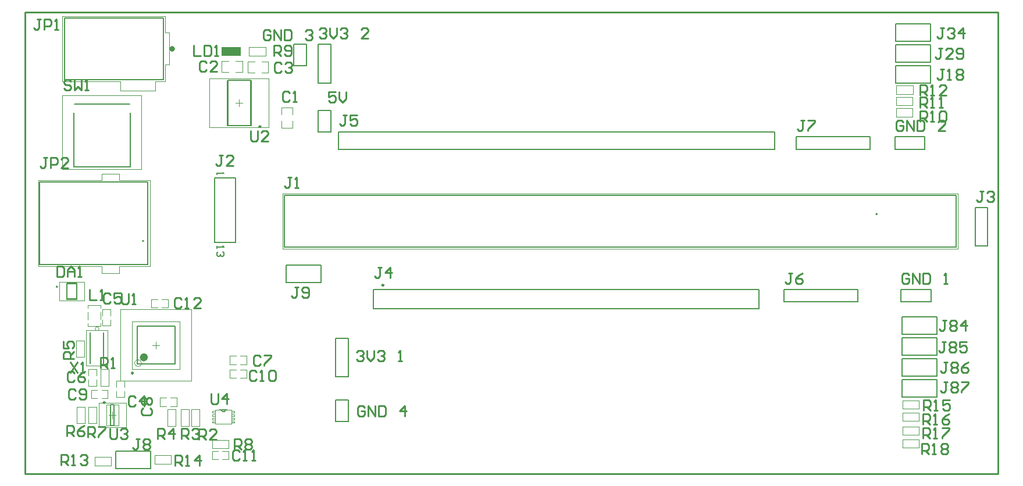
<source format=gto>
G04*
G04 #@! TF.GenerationSoftware,Altium Limited,Altium Designer,19.1.7 (138)*
G04*
G04 Layer_Color=65535*
%FSAX43Y43*%
%MOMM*%
G71*
G01*
G75*
%ADD10C,0.400*%
%ADD11C,0.600*%
%ADD12C,0.250*%
%ADD13C,0.152*%
%ADD14C,0.200*%
%ADD15C,0.000*%
%ADD16C,0.127*%
%ADD17C,0.100*%
%ADD18C,0.254*%
%ADD19C,0.050*%
G36*
X0055029Y0093056D02*
X0057829D01*
Y0091856D01*
X0055029D01*
Y0093056D01*
D02*
G37*
D10*
X0047999Y0092838D02*
G03*
X0047999Y0092838I-0000200J0000000D01*
G01*
D11*
X0043988Y0047921D02*
G03*
X0043988Y0047921I-0000300J0000000D01*
G01*
D12*
X0042113Y0045621D02*
G03*
X0042113Y0045621I-0000125J0000000D01*
G01*
X0060704Y0081523D02*
G03*
X0060704Y0081523I-0000125J0000000D01*
G01*
X0038041Y0041322D02*
G03*
X0038041Y0041322I-0000125J0000000D01*
G01*
X0078611Y0058438D02*
G03*
X0078611Y0058438I-0000125J0000000D01*
G01*
D13*
X0054967Y0040284D02*
G03*
X0055577Y0040284I0000305J0000000D01*
G01*
X0054663D02*
X0054967D01*
X0055577D01*
X0055882D01*
D14*
X0031112Y0058181D02*
G03*
X0031112Y0058181I-0000100J0000000D01*
G01*
X0150468Y0068773D02*
G03*
X0150468Y0068773I-0000100J0000000D01*
G01*
X0166508Y0064124D02*
Y0069734D01*
X0164708Y0064124D02*
X0166508D01*
X0164708D02*
Y0069734D01*
X0166508D01*
X0053964Y0074052D02*
X0057034D01*
Y0064632D02*
Y0074052D01*
X0053964Y0064632D02*
X0057034D01*
X0053964D02*
Y0074052D01*
X0073914Y0080772D02*
X0135509D01*
X0072009D02*
X0073914D01*
X0072009Y0078232D02*
Y0080772D01*
Y0078232D02*
X0135509D01*
Y0080772D01*
X0138673Y0078221D02*
Y0080021D01*
X0149363D01*
Y0078221D02*
Y0080021D01*
X0138673Y0078221D02*
X0149363D01*
X0069469Y0058801D02*
Y0061341D01*
X0064389Y0058801D02*
Y0061341D01*
X0069469D01*
X0064389Y0058801D02*
X0069469D01*
X0048188Y0046921D02*
Y0052421D01*
X0042688Y0046921D02*
Y0052421D01*
X0048188D01*
X0042688Y0046921D02*
X0048188D01*
X0055904Y0088263D02*
X0059204D01*
X0055904Y0081663D02*
X0059204D01*
X0055904D02*
Y0088263D01*
X0059204Y0081663D02*
Y0088263D01*
X0038866Y0041047D02*
X0039366D01*
X0038866Y0037947D02*
X0039366D01*
X0038866D02*
Y0041047D01*
X0039366Y0037947D02*
Y0041047D01*
X0069077Y0093483D02*
X0070877D01*
X0069077Y0087873D02*
Y0093483D01*
Y0087873D02*
X0070877D01*
Y0093483D01*
X0153024Y0080021D02*
X0157364D01*
Y0078221D02*
Y0080021D01*
X0153024Y0078221D02*
X0157364D01*
X0153024D02*
Y0080021D01*
X0073417Y0038597D02*
Y0041667D01*
X0071617Y0038597D02*
X0073417D01*
X0071617D02*
Y0041667D01*
X0073417D01*
X0077086Y0057788D02*
X0133226D01*
Y0054988D02*
Y0057788D01*
X0077086Y0054988D02*
X0133226D01*
X0077086D02*
Y0057788D01*
X0136895Y0055996D02*
Y0057796D01*
X0147585D01*
Y0055996D02*
Y0057796D01*
X0136895Y0055996D02*
X0147585D01*
X0044704Y0031750D02*
Y0034290D01*
X0039624Y0031750D02*
Y0034290D01*
X0044704D01*
X0039624Y0031750D02*
X0044704D01*
X0158242Y0087884D02*
Y0090424D01*
X0153162Y0087884D02*
Y0090424D01*
X0158242D01*
X0153162Y0087884D02*
X0158242D01*
Y0090932D02*
Y0093472D01*
X0153162Y0090932D02*
Y0093472D01*
X0158242D01*
X0153162Y0090932D02*
X0158242D01*
Y0093980D02*
Y0096520D01*
X0153162Y0093980D02*
Y0096520D01*
X0158242D01*
X0153162Y0093980D02*
X0158242D01*
X0159131Y0051308D02*
Y0053848D01*
X0154051Y0051308D02*
Y0053848D01*
X0159131D01*
X0154051Y0051308D02*
X0159131D01*
Y0048260D02*
Y0050800D01*
X0154051Y0048260D02*
Y0050800D01*
X0159131D01*
X0154051Y0048260D02*
X0159131D01*
Y0045212D02*
Y0047752D01*
X0154051Y0045212D02*
Y0047752D01*
X0159131D01*
X0154051Y0045212D02*
X0159131D01*
Y0042164D02*
Y0044704D01*
X0154051Y0042164D02*
Y0044704D01*
X0159131D01*
X0154051Y0042164D02*
X0159131D01*
X0073417Y0045074D02*
Y0050684D01*
X0071617Y0045074D02*
X0073417D01*
X0071617D02*
Y0050684D01*
X0073417D01*
X0069077Y0080761D02*
X0070877D01*
Y0083831D01*
X0069077D02*
X0070877D01*
X0069077Y0080761D02*
Y0083831D01*
X0153913Y0057796D02*
X0158253D01*
Y0055996D02*
Y0057796D01*
X0153913Y0055996D02*
X0158253D01*
X0153913D02*
Y0057796D01*
X0067321Y0090413D02*
Y0093483D01*
X0065521Y0090413D02*
X0067321D01*
X0065521D02*
Y0093483D01*
X0067321D01*
X0054356Y0064152D02*
Y0063819D01*
Y0063985D01*
X0055356D01*
X0055189Y0064152D01*
Y0063319D02*
X0055356Y0063152D01*
Y0062819D01*
X0055189Y0062652D01*
X0055022D01*
X0054856Y0062819D01*
Y0062986D01*
Y0062819D01*
X0054689Y0062652D01*
X0054523D01*
X0054356Y0062819D01*
Y0063152D01*
X0054523Y0063319D01*
X0054356Y0074852D02*
Y0074519D01*
Y0074685D01*
X0055356D01*
X0055189Y0074852D01*
X0031112Y0058181D02*
G03*
X0031112Y0058181I-0000100J0000000D01*
G01*
D02*
G03*
X0031112Y0058181I-0000100J0000000D01*
G01*
D15*
X0037163Y0052076D02*
G03*
X0037163Y0052076I-0000283J0000000D01*
G01*
X0054967Y0040284D02*
G03*
X0055577Y0040284I0000305J0000000D01*
G01*
X0054967D02*
G03*
X0055577Y0040284I0000305J0000000D01*
G01*
X0054078Y0038202D02*
Y0040284D01*
X0054967D01*
X0055577D01*
X0056466D01*
Y0038202D02*
Y0040284D01*
X0054078Y0038202D02*
X0056466D01*
Y0040107D02*
X0056872D01*
Y0039878D02*
Y0040107D01*
X0056466Y0039878D02*
X0056872D01*
X0056466D02*
Y0040107D01*
Y0039624D02*
X0056872D01*
Y0039370D02*
Y0039624D01*
X0056466Y0039370D02*
X0056872D01*
X0056466D02*
Y0039624D01*
Y0039116D02*
X0056872D01*
Y0038862D02*
Y0039116D01*
X0056466Y0038862D02*
X0056872D01*
X0056466D02*
Y0039116D01*
Y0038608D02*
X0056872D01*
Y0038379D02*
Y0038608D01*
X0056466Y0038379D02*
X0056872D01*
X0056466D02*
Y0038608D01*
X0053672Y0038379D02*
X0054078D01*
X0053672D02*
Y0038608D01*
X0054078D01*
Y0038379D02*
Y0038608D01*
X0053672Y0038862D02*
X0054078D01*
X0053672D02*
Y0039116D01*
X0054078D01*
Y0038862D02*
Y0039116D01*
X0053672Y0039370D02*
X0054078D01*
X0053672D02*
Y0039624D01*
X0054078D01*
Y0039370D02*
Y0039624D01*
X0053672Y0039878D02*
X0054078D01*
X0053672D02*
Y0040107D01*
X0054078D01*
Y0039878D02*
Y0040107D01*
Y0038202D02*
Y0040284D01*
X0054967D01*
X0055577D01*
X0056466D01*
Y0038202D02*
Y0040284D01*
X0054078Y0038202D02*
X0056466D01*
Y0040107D02*
X0056872D01*
Y0039878D02*
Y0040107D01*
X0056466Y0039878D02*
X0056872D01*
X0056466D02*
Y0040107D01*
Y0039624D02*
X0056872D01*
Y0039370D02*
Y0039624D01*
X0056466Y0039370D02*
X0056872D01*
X0056466D02*
Y0039624D01*
Y0039116D02*
X0056872D01*
Y0038862D02*
Y0039116D01*
X0056466Y0038862D02*
X0056872D01*
X0056466D02*
Y0039116D01*
Y0038608D02*
X0056872D01*
Y0038379D02*
Y0038608D01*
X0056466Y0038379D02*
X0056872D01*
X0056466D02*
Y0038608D01*
X0053672Y0038379D02*
X0054078D01*
X0053672D02*
Y0038608D01*
X0054078D01*
Y0038379D02*
Y0038608D01*
X0053672Y0038862D02*
X0054078D01*
X0053672D02*
Y0039116D01*
X0054078D01*
Y0038862D02*
Y0039116D01*
X0053672Y0039370D02*
X0054078D01*
X0053672D02*
Y0039624D01*
X0054078D01*
Y0039370D02*
Y0039624D01*
X0053672Y0039878D02*
X0054078D01*
X0053672D02*
Y0040107D01*
X0054078D01*
Y0039878D02*
Y0040107D01*
D16*
X0043677Y0064857D02*
G03*
X0043677Y0064857I-0000098J0000000D01*
G01*
X0056229Y0092456D02*
X0056629Y0092206D01*
X0056229Y0092456D02*
X0056629Y0092706D01*
Y0092206D02*
Y0092706D01*
X0056229Y0092056D02*
X0056629D01*
X0056229Y0092856D02*
X0056629D01*
X0032099Y0088338D02*
Y0097338D01*
X0046499D01*
X0045349Y0088338D02*
X0046499D01*
Y0095488D02*
Y0097338D01*
X0032099Y0088338D02*
X0040249D01*
X0046499D02*
Y0090288D01*
X0033467Y0075626D02*
Y0083556D01*
X0041717Y0075626D02*
Y0083536D01*
X0032512Y0058701D02*
X0033912D01*
X0032512Y0056361D02*
X0033912D01*
X0161925Y0063987D02*
Y0071527D01*
X0064135D02*
X0161925D01*
X0064135Y0063987D02*
Y0071527D01*
Y0063987D02*
X0161925D01*
X0044249Y0069577D02*
Y0073432D01*
X0028539Y0061402D02*
Y0073432D01*
Y0061402D02*
X0037399D01*
X0028539Y0073432D02*
X0037399D01*
X0040179Y0061402D02*
X0044249D01*
Y0065257D01*
X0040179Y0073432D02*
X0044249D01*
X0055629Y0092056D02*
X0057229D01*
X0055629Y0092856D02*
X0057229D01*
X0055629Y0092056D02*
Y0092856D01*
X0057229Y0092056D02*
Y0092856D01*
X0055629Y0092056D02*
X0057229D01*
X0055629Y0092856D02*
X0057229D01*
X0055629Y0092056D02*
Y0092856D01*
X0057229Y0092056D02*
Y0092856D01*
X0032099Y0088338D02*
X0046499D01*
X0032099D02*
Y0097338D01*
X0046499D01*
Y0088338D02*
Y0097338D01*
X0032099Y0088338D02*
X0046499D01*
X0032099D02*
Y0097338D01*
X0046499D01*
Y0088338D02*
Y0097338D01*
X0033592Y0084836D02*
X0041592D01*
X0033592Y0075626D02*
X0041592D01*
X0033592Y0084836D02*
X0041592D01*
X0033592Y0075626D02*
X0041592D01*
X0032512Y0056451D02*
Y0058611D01*
Y0056451D02*
X0033912D01*
Y0058611D01*
X0032512D02*
X0033912D01*
X0032512Y0056451D02*
Y0058611D01*
Y0056451D02*
X0033912D01*
Y0058611D01*
X0032512D02*
X0033912D01*
X0037830Y0047026D02*
Y0051526D01*
X0035830Y0047026D02*
Y0051526D01*
X0037830Y0047026D02*
Y0051526D01*
X0035830Y0047026D02*
Y0051526D01*
X0161925Y0063987D02*
Y0071527D01*
X0064135D02*
X0161925D01*
X0064135Y0063987D02*
Y0071527D01*
Y0063987D02*
X0161925D01*
Y0071527D01*
X0064135D02*
X0161925D01*
X0064135Y0063987D02*
Y0071527D01*
Y0063987D02*
X0161925D01*
X0044249Y0061402D02*
Y0073432D01*
X0028539Y0061402D02*
X0044249D01*
X0028539Y0073432D02*
X0044249D01*
X0028539Y0061402D02*
Y0073432D01*
X0044249Y0061402D02*
Y0073432D01*
X0028539Y0061402D02*
X0044249D01*
X0028539Y0073432D02*
X0044249D01*
X0028539Y0061402D02*
Y0073432D01*
D17*
X0050562Y0037916D02*
X0051762D01*
X0050562Y0040316D02*
X0051762D01*
X0050562Y0037916D02*
Y0040316D01*
X0051762Y0037916D02*
Y0040316D01*
X0061401Y0091856D02*
Y0093056D01*
X0059001Y0091856D02*
Y0093056D01*
Y0091856D02*
X0061401D01*
X0059001Y0093056D02*
X0061401D01*
X0058809Y0090970D02*
X0059809D01*
X0058809Y0089370D02*
X0059809D01*
X0060809Y0090970D02*
X0061809D01*
X0060809Y0089370D02*
X0061809D01*
Y0090970D01*
X0058809Y0089370D02*
Y0090970D01*
X0046274Y0055153D02*
X0047174D01*
X0046274Y0056353D02*
X0047174D01*
Y0055153D02*
Y0056353D01*
X0044774Y0055153D02*
Y0056353D01*
Y0055153D02*
X0045674D01*
X0044774Y0056353D02*
X0045674D01*
X0035549Y0052475D02*
Y0052875D01*
Y0055075D02*
Y0055475D01*
X0037349Y0052475D02*
Y0052875D01*
Y0055075D02*
Y0055475D01*
X0035549D02*
X0037349D01*
X0035549Y0052475D02*
X0037349D01*
Y0053475D02*
Y0054475D01*
X0035549Y0053375D02*
Y0054475D01*
X0154121Y0035925D02*
X0156521D01*
X0154121Y0034725D02*
X0156521D01*
X0154121D02*
Y0035925D01*
X0156521Y0034725D02*
Y0035925D01*
X0063716Y0084304D02*
X0065316D01*
X0063716Y0081304D02*
X0065316D01*
X0063716D02*
Y0082304D01*
X0065316Y0081304D02*
Y0082304D01*
X0063716Y0083304D02*
Y0084304D01*
X0065316Y0083304D02*
Y0084304D01*
X0057015Y0089497D02*
X0058015D01*
X0057015Y0091097D02*
X0058015D01*
X0055015Y0089497D02*
X0056015D01*
X0055015Y0091097D02*
X0056015D01*
X0055015Y0089497D02*
Y0091097D01*
X0058015Y0089497D02*
Y0091097D01*
X0040859Y0043607D02*
Y0044507D01*
X0039659Y0043607D02*
Y0044507D01*
X0040859D01*
X0039659Y0042107D02*
X0040859D01*
Y0043007D01*
X0039659Y0042107D02*
Y0043007D01*
X0037627Y0052521D02*
Y0053421D01*
X0038827Y0052521D02*
Y0053421D01*
X0037627Y0052521D02*
X0038827D01*
X0037627Y0054921D02*
X0038827D01*
X0037627Y0054021D02*
Y0054921D01*
X0038827Y0054021D02*
Y0054921D01*
X0036814Y0045258D02*
Y0046158D01*
X0035614Y0045258D02*
Y0046158D01*
X0036814D01*
X0035614Y0043758D02*
X0036814D01*
Y0044658D01*
X0035614Y0043758D02*
Y0044658D01*
X0057704Y0046898D02*
X0058604D01*
X0057704Y0048098D02*
X0058604D01*
Y0046898D02*
Y0048098D01*
X0056204Y0046898D02*
Y0048098D01*
Y0046898D02*
X0057104D01*
X0056204Y0048098D02*
X0057104D01*
X0046044Y0042002D02*
X0046944D01*
X0046044Y0040802D02*
X0046944D01*
X0046044D02*
Y0042002D01*
X0048444Y0040802D02*
Y0042002D01*
X0047544D02*
X0048444D01*
X0047544Y0040802D02*
X0048444D01*
X0037523Y0041945D02*
X0038423D01*
X0037523Y0043145D02*
X0038423D01*
Y0041945D02*
Y0043145D01*
X0036023Y0041945D02*
Y0043145D01*
Y0041945D02*
X0036923D01*
X0036023Y0043145D02*
X0036923D01*
X0056204Y0046085D02*
X0057104D01*
X0056204Y0044885D02*
X0057104D01*
X0056204D02*
Y0046085D01*
X0058604Y0044885D02*
Y0046085D01*
X0057704D02*
X0058604D01*
X0057704Y0044885D02*
X0058604D01*
X0053615Y0034255D02*
X0054515D01*
X0053615Y0033055D02*
X0054515D01*
X0053615D02*
Y0034255D01*
X0056015Y0033055D02*
Y0034255D01*
X0055115D02*
X0056015D01*
X0055115Y0033055D02*
X0056015D01*
X0038592Y0043758D02*
Y0046158D01*
X0037392Y0043758D02*
Y0046158D01*
X0038592D01*
X0037392Y0043758D02*
X0038592D01*
X0050257Y0037916D02*
Y0040316D01*
X0049057Y0037916D02*
Y0040316D01*
X0050257D01*
X0049057Y0037916D02*
X0050257D01*
X0047152D02*
Y0040316D01*
X0048352Y0037916D02*
Y0040316D01*
X0047152Y0037916D02*
X0048352D01*
X0047152Y0040316D02*
X0048352D01*
X0035017Y0047949D02*
Y0050349D01*
X0033817Y0047949D02*
Y0050349D01*
X0035017D01*
X0033817Y0047949D02*
X0035017D01*
X0033944Y0038297D02*
Y0040697D01*
X0035144Y0038297D02*
Y0040697D01*
X0033944Y0038297D02*
X0035144D01*
X0033944Y0040697D02*
X0035144D01*
X0036795Y0038297D02*
Y0040697D01*
X0035595Y0038297D02*
Y0040697D01*
X0036795D01*
X0035595Y0038297D02*
X0036795D01*
X0053615Y0034687D02*
X0056015D01*
X0053615Y0035887D02*
X0056015D01*
Y0034687D02*
Y0035887D01*
X0053615Y0034687D02*
Y0035887D01*
X0153220Y0084166D02*
X0155620D01*
X0153220Y0082966D02*
X0155620D01*
X0153220D02*
Y0084166D01*
X0155620Y0082966D02*
Y0084166D01*
X0153220Y0085817D02*
X0155620D01*
X0153220Y0084617D02*
X0155620D01*
X0153220D02*
Y0085817D01*
X0155620Y0084617D02*
Y0085817D01*
X0153232Y0087468D02*
X0155632D01*
X0153232Y0086268D02*
X0155632D01*
X0153232D02*
Y0087468D01*
X0155632Y0086268D02*
Y0087468D01*
X0036519Y0033366D02*
X0038919D01*
X0036519Y0032166D02*
X0038919D01*
X0036519D02*
Y0033366D01*
X0038919Y0032166D02*
Y0033366D01*
X0045270Y0033620D02*
X0047670D01*
X0045270Y0032420D02*
X0047670D01*
X0045270D02*
Y0033620D01*
X0047670Y0032420D02*
Y0033620D01*
X0154121Y0041640D02*
X0156521D01*
X0154121Y0040440D02*
X0156521D01*
X0154121D02*
Y0041640D01*
X0156521Y0040440D02*
Y0041640D01*
X0154121Y0039862D02*
X0156521D01*
X0154121Y0038662D02*
X0156521D01*
X0154121D02*
Y0039862D01*
X0156521Y0038662D02*
Y0039862D01*
X0154121Y0037830D02*
X0156521D01*
X0154121Y0036630D02*
X0156521D01*
X0154121D02*
Y0037830D01*
X0156521Y0036630D02*
Y0037830D01*
X0043338Y0047071D02*
G03*
X0043338Y0047071I-0000500J0000000D01*
G01*
X0048938Y0046171D02*
Y0053171D01*
X0041938Y0046171D02*
Y0053171D01*
X0048938D01*
X0041938Y0046171D02*
X0048938D01*
X0055779Y0088238D02*
X0059329D01*
X0055779Y0081688D02*
X0059329D01*
X0055779D02*
Y0088238D01*
X0059329Y0081688D02*
Y0088238D01*
X0038216Y0037947D02*
Y0041047D01*
X0040016Y0037947D02*
Y0041047D01*
X0038216D02*
X0040016D01*
X0038216Y0037947D02*
X0040016D01*
X0044938Y0049671D02*
X0045938D01*
X0045438Y0049171D02*
Y0050171D01*
X0057554Y0084463D02*
Y0085463D01*
X0057054Y0084963D02*
X0058054D01*
X0038616Y0039497D02*
X0039616D01*
X0039116Y0038997D02*
Y0039997D01*
D18*
X0168021Y0080486D02*
Y0098171D01*
Y0030988D02*
Y0048673D01*
X0026416Y0098171D02*
X0168021D01*
X0026416Y0030988D02*
X0168021D01*
X0026416D02*
X0026416Y0098171D01*
X0168021Y0048673D02*
Y0080486D01*
X0165887Y0072110D02*
X0165379D01*
X0165633D01*
Y0070841D01*
X0165379Y0070587D01*
X0165125D01*
X0164871Y0070841D01*
X0166395Y0071856D02*
X0166649Y0072110D01*
X0167157D01*
X0167411Y0071856D01*
Y0071602D01*
X0167157Y0071348D01*
X0166903D01*
X0167157D01*
X0167411Y0071094D01*
Y0070841D01*
X0167157Y0070587D01*
X0166649D01*
X0166395Y0070841D01*
X0050930Y0093345D02*
Y0091821D01*
X0051946D01*
X0052454Y0093345D02*
Y0091821D01*
X0053215D01*
X0053469Y0092075D01*
Y0093091D01*
X0053215Y0093345D01*
X0052454D01*
X0053977Y0091821D02*
X0054485D01*
X0054231D01*
Y0093345D01*
X0053977Y0093091D01*
X0051670Y0035941D02*
Y0037465D01*
X0052432D01*
X0052686Y0037211D01*
Y0036703D01*
X0052432Y0036449D01*
X0051670D01*
X0052178D02*
X0052686Y0035941D01*
X0054209D02*
X0053193D01*
X0054209Y0036957D01*
Y0037211D01*
X0053955Y0037465D01*
X0053447D01*
X0053193Y0037211D01*
X0062614Y0091821D02*
Y0093345D01*
X0063376D01*
X0063630Y0093091D01*
Y0092583D01*
X0063376Y0092329D01*
X0062614D01*
X0063122D02*
X0063630Y0091821D01*
X0064138Y0092075D02*
X0064391Y0091821D01*
X0064899D01*
X0065153Y0092075D01*
Y0093091D01*
X0064899Y0093345D01*
X0064391D01*
X0064138Y0093091D01*
Y0092837D01*
X0064391Y0092583D01*
X0065153D01*
X0063722Y0090678D02*
X0063468Y0090932D01*
X0062960D01*
X0062706Y0090678D01*
Y0089662D01*
X0062960Y0089408D01*
X0063468D01*
X0063722Y0089662D01*
X0064230Y0090678D02*
X0064483Y0090932D01*
X0064991D01*
X0065245Y0090678D01*
Y0090424D01*
X0064991Y0090170D01*
X0064737D01*
X0064991D01*
X0065245Y0089916D01*
Y0089662D01*
X0064991Y0089408D01*
X0064483D01*
X0064230Y0089662D01*
X0049137Y0056388D02*
X0048883Y0056642D01*
X0048375D01*
X0048121Y0056388D01*
Y0055372D01*
X0048375Y0055118D01*
X0048883D01*
X0049137Y0055372D01*
X0049645Y0055118D02*
X0050152D01*
X0049898D01*
Y0056642D01*
X0049645Y0056388D01*
X0051930Y0055118D02*
X0050914D01*
X0051930Y0056134D01*
Y0056388D01*
X0051676Y0056642D01*
X0051168D01*
X0050914Y0056388D01*
X0055143Y0077343D02*
X0054635D01*
X0054889D01*
Y0076073D01*
X0054635Y0075819D01*
X0054381D01*
X0054127Y0076073D01*
X0056667Y0075819D02*
X0055651D01*
X0056667Y0076835D01*
Y0077089D01*
X0056413Y0077343D01*
X0055905D01*
X0055651Y0077089D01*
X0073177Y0083159D02*
X0072669D01*
X0072923D01*
Y0081890D01*
X0072669Y0081636D01*
X0072415D01*
X0072161Y0081890D01*
X0074701Y0083159D02*
X0073685D01*
Y0082397D01*
X0074193Y0082651D01*
X0074447D01*
X0074701Y0082397D01*
Y0081890D01*
X0074447Y0081636D01*
X0073939D01*
X0073685Y0081890D01*
X0139852Y0082397D02*
X0139344D01*
X0139598D01*
Y0081128D01*
X0139344Y0080874D01*
X0139090D01*
X0138836Y0081128D01*
X0140360Y0082397D02*
X0141376D01*
Y0082143D01*
X0140360Y0081128D01*
Y0080874D01*
X0066167Y0058166D02*
X0065659D01*
X0065913D01*
Y0056896D01*
X0065659Y0056642D01*
X0065405D01*
X0065151Y0056896D01*
X0066675D02*
X0066928Y0056642D01*
X0067436D01*
X0067690Y0056896D01*
Y0057912D01*
X0067436Y0058166D01*
X0066928D01*
X0066675Y0057912D01*
Y0057658D01*
X0066928Y0057404D01*
X0067690D01*
X0028702Y0097155D02*
X0028194D01*
X0028448D01*
Y0095885D01*
X0028194Y0095631D01*
X0027940D01*
X0027686Y0095885D01*
X0029210Y0095631D02*
Y0097155D01*
X0029971D01*
X0030225Y0096901D01*
Y0096393D01*
X0029971Y0096139D01*
X0029210D01*
X0030733Y0095631D02*
X0031241D01*
X0030987D01*
Y0097155D01*
X0030733Y0096901D01*
X0035763Y0057810D02*
Y0056286D01*
X0036779D01*
X0037287D02*
X0037795D01*
X0037541D01*
Y0057810D01*
X0037287Y0057556D01*
X0156972Y0033801D02*
Y0035324D01*
X0157734D01*
X0157988Y0035071D01*
Y0034563D01*
X0157734Y0034309D01*
X0156972D01*
X0157480D02*
X0157988Y0033801D01*
X0158495D02*
X0159003D01*
X0158749D01*
Y0035324D01*
X0158495Y0035071D01*
X0159765D02*
X0160019Y0035324D01*
X0160527D01*
X0160781Y0035071D01*
Y0034817D01*
X0160527Y0034563D01*
X0160781Y0034309D01*
Y0034055D01*
X0160527Y0033801D01*
X0160019D01*
X0159765Y0034055D01*
Y0034309D01*
X0160019Y0034563D01*
X0159765Y0034817D01*
Y0035071D01*
X0160019Y0034563D02*
X0160527D01*
X0033094Y0088138D02*
X0032840Y0088392D01*
X0032332D01*
X0032078Y0088138D01*
Y0087884D01*
X0032332Y0087630D01*
X0032840D01*
X0033094Y0087376D01*
Y0087122D01*
X0032840Y0086868D01*
X0032332D01*
X0032078Y0087122D01*
X0033602Y0088392D02*
Y0086868D01*
X0034110Y0087376D01*
X0034617Y0086868D01*
Y0088392D01*
X0035125Y0086868D02*
X0035633D01*
X0035379D01*
Y0088392D01*
X0035125Y0088138D01*
X0040465Y0057178D02*
Y0055908D01*
X0040719Y0055654D01*
X0041227D01*
X0041481Y0055908D01*
Y0057178D01*
X0041989Y0055654D02*
X0042496D01*
X0042242D01*
Y0057178D01*
X0041989Y0056924D01*
X0059205Y0080899D02*
Y0079629D01*
X0059459Y0079375D01*
X0059967D01*
X0060221Y0079629D01*
Y0080899D01*
X0061744Y0079375D02*
X0060729D01*
X0061744Y0080391D01*
Y0080645D01*
X0061490Y0080899D01*
X0060982D01*
X0060729Y0080645D01*
X0038735Y0037592D02*
Y0036322D01*
X0038989Y0036068D01*
X0039497D01*
X0039751Y0036322D01*
Y0037592D01*
X0040259Y0037338D02*
X0040512Y0037592D01*
X0041020D01*
X0041274Y0037338D01*
Y0037084D01*
X0041020Y0036830D01*
X0040766D01*
X0041020D01*
X0041274Y0036576D01*
Y0036322D01*
X0041020Y0036068D01*
X0040512D01*
X0040259Y0036322D01*
X0053469Y0042646D02*
Y0041377D01*
X0053723Y0041123D01*
X0054231D01*
X0054484Y0041377D01*
Y0042646D01*
X0055754Y0041123D02*
Y0042646D01*
X0054992Y0041884D01*
X0056008D01*
X0031078Y0061163D02*
Y0059639D01*
X0031840D01*
X0032094Y0059893D01*
Y0060909D01*
X0031840Y0061163D01*
X0031078D01*
X0032602Y0059639D02*
Y0060655D01*
X0033110Y0061163D01*
X0033618Y0060655D01*
Y0059639D01*
Y0060401D01*
X0032602D01*
X0034125Y0059639D02*
X0034633D01*
X0034379D01*
Y0061163D01*
X0034125Y0060909D01*
X0033020Y0047244D02*
X0034036Y0045720D01*
Y0047244D02*
X0033020Y0045720D01*
X0034544D02*
X0035051D01*
X0034797D01*
Y0047244D01*
X0034544Y0046990D01*
X0065125Y0074091D02*
X0064617D01*
X0064871D01*
Y0072821D01*
X0064617Y0072567D01*
X0064363D01*
X0064109Y0072821D01*
X0065633Y0072567D02*
X0066141D01*
X0065887D01*
Y0074091D01*
X0065633Y0073837D01*
X0069240Y0095605D02*
X0069494Y0095859D01*
X0070002D01*
X0070256Y0095605D01*
Y0095351D01*
X0070002Y0095097D01*
X0069748D01*
X0070002D01*
X0070256Y0094843D01*
Y0094590D01*
X0070002Y0094336D01*
X0069494D01*
X0069240Y0094590D01*
X0070764Y0095859D02*
Y0094843D01*
X0071272Y0094336D01*
X0071780Y0094843D01*
Y0095859D01*
X0072287Y0095605D02*
X0072541Y0095859D01*
X0073049D01*
X0073303Y0095605D01*
Y0095351D01*
X0073049Y0095097D01*
X0072795D01*
X0073049D01*
X0073303Y0094843D01*
Y0094590D01*
X0073049Y0094336D01*
X0072541D01*
X0072287Y0094590D01*
X0076350Y0094336D02*
X0075334D01*
X0076350Y0095351D01*
Y0095605D01*
X0076096Y0095859D01*
X0075588D01*
X0075334Y0095605D01*
X0154203Y0082143D02*
X0153949Y0082397D01*
X0153441D01*
X0153187Y0082143D01*
Y0081128D01*
X0153441Y0080874D01*
X0153949D01*
X0154203Y0081128D01*
Y0081635D01*
X0153695D01*
X0154711Y0080874D02*
Y0082397D01*
X0155727Y0080874D01*
Y0082397D01*
X0156234D02*
Y0080874D01*
X0156996D01*
X0157250Y0081128D01*
Y0082143D01*
X0156996Y0082397D01*
X0156234D01*
X0160297Y0080874D02*
X0159281D01*
X0160297Y0081889D01*
Y0082143D01*
X0160043Y0082397D01*
X0159535D01*
X0159281Y0082143D01*
X0075819Y0040640D02*
X0075565Y0040894D01*
X0075057D01*
X0074803Y0040640D01*
Y0039624D01*
X0075057Y0039370D01*
X0075565D01*
X0075819Y0039624D01*
Y0040132D01*
X0075311D01*
X0076327Y0039370D02*
Y0040894D01*
X0077342Y0039370D01*
Y0040894D01*
X0077850D02*
Y0039370D01*
X0078612D01*
X0078866Y0039624D01*
Y0040640D01*
X0078612Y0040894D01*
X0077850D01*
X0081659Y0039370D02*
Y0040894D01*
X0080897Y0040132D01*
X0081913D01*
X0078257Y0060985D02*
X0077749D01*
X0078003D01*
Y0059715D01*
X0077749Y0059461D01*
X0077495D01*
X0077241Y0059715D01*
X0079527Y0059461D02*
Y0060985D01*
X0078765Y0060223D01*
X0079781D01*
X0029573Y0076980D02*
X0029065D01*
X0029319D01*
Y0075710D01*
X0029065Y0075456D01*
X0028811D01*
X0028557Y0075710D01*
X0030081Y0075456D02*
Y0076980D01*
X0030843D01*
X0031097Y0076726D01*
Y0076218D01*
X0030843Y0075964D01*
X0030081D01*
X0032620Y0075456D02*
X0031604D01*
X0032620Y0076472D01*
Y0076726D01*
X0032366Y0076980D01*
X0031858D01*
X0031604Y0076726D01*
X0064947Y0086385D02*
X0064694Y0086639D01*
X0064186D01*
X0063932Y0086385D01*
Y0085369D01*
X0064186Y0085115D01*
X0064694D01*
X0064947Y0085369D01*
X0065455Y0085115D02*
X0065963D01*
X0065709D01*
Y0086639D01*
X0065455Y0086385D01*
X0052832Y0090805D02*
X0052578Y0091059D01*
X0052070D01*
X0051816Y0090805D01*
Y0089789D01*
X0052070Y0089535D01*
X0052578D01*
X0052832Y0089789D01*
X0054355Y0089535D02*
X0053340D01*
X0054355Y0090551D01*
Y0090805D01*
X0054101Y0091059D01*
X0053593D01*
X0053340Y0090805D01*
X0042468Y0042033D02*
X0042215Y0042287D01*
X0041707D01*
X0041453Y0042033D01*
Y0041017D01*
X0041707Y0040763D01*
X0042215D01*
X0042468Y0041017D01*
X0043738Y0040763D02*
Y0042287D01*
X0042976Y0041525D01*
X0043992D01*
X0038836Y0056997D02*
X0038582Y0057251D01*
X0038075D01*
X0037821Y0056997D01*
Y0055982D01*
X0038075Y0055728D01*
X0038582D01*
X0038836Y0055982D01*
X0040360Y0057251D02*
X0039344D01*
Y0056489D01*
X0039852Y0056743D01*
X0040106D01*
X0040360Y0056489D01*
Y0055982D01*
X0040106Y0055728D01*
X0039598D01*
X0039344Y0055982D01*
X0033566Y0045593D02*
X0033312Y0045847D01*
X0032804D01*
X0032550Y0045593D01*
Y0044577D01*
X0032804Y0044323D01*
X0033312D01*
X0033566Y0044577D01*
X0035089Y0045847D02*
X0034581Y0045593D01*
X0034073Y0045085D01*
Y0044577D01*
X0034327Y0044323D01*
X0034835D01*
X0035089Y0044577D01*
Y0044831D01*
X0034835Y0045085D01*
X0034073D01*
X0060706Y0048006D02*
X0060452Y0048260D01*
X0059944D01*
X0059690Y0048006D01*
Y0046990D01*
X0059944Y0046736D01*
X0060452D01*
X0060706Y0046990D01*
X0061214Y0048260D02*
X0062229D01*
Y0048006D01*
X0061214Y0046990D01*
Y0046736D01*
X0043561Y0040513D02*
X0043307Y0040259D01*
Y0039751D01*
X0043561Y0039497D01*
X0044577D01*
X0044831Y0039751D01*
Y0040259D01*
X0044577Y0040513D01*
X0043561Y0041021D02*
X0043307Y0041274D01*
Y0041782D01*
X0043561Y0042036D01*
X0043815D01*
X0044069Y0041782D01*
X0044323Y0042036D01*
X0044577D01*
X0044831Y0041782D01*
Y0041274D01*
X0044577Y0041021D01*
X0044323D01*
X0044069Y0041274D01*
X0043815Y0041021D01*
X0043561D01*
X0044069Y0041274D02*
Y0041782D01*
X0033782Y0043053D02*
X0033528Y0043307D01*
X0033020D01*
X0032766Y0043053D01*
Y0042037D01*
X0033020Y0041783D01*
X0033528D01*
X0033782Y0042037D01*
X0034290D02*
X0034543Y0041783D01*
X0035051D01*
X0035305Y0042037D01*
Y0043053D01*
X0035051Y0043307D01*
X0034543D01*
X0034290Y0043053D01*
Y0042799D01*
X0034543Y0042545D01*
X0035305D01*
X0060071Y0045739D02*
X0059817Y0045993D01*
X0059309D01*
X0059055Y0045739D01*
Y0044723D01*
X0059309Y0044469D01*
X0059817D01*
X0060071Y0044723D01*
X0060579Y0044469D02*
X0061086D01*
X0060833D01*
Y0045993D01*
X0060579Y0045739D01*
X0061848D02*
X0062102Y0045993D01*
X0062610D01*
X0062864Y0045739D01*
Y0044723D01*
X0062610Y0044469D01*
X0062102D01*
X0061848Y0044723D01*
Y0045739D01*
X0057609Y0034163D02*
X0057355Y0034417D01*
X0056847D01*
X0056593Y0034163D01*
Y0033147D01*
X0056847Y0032893D01*
X0057355D01*
X0057609Y0033147D01*
X0058117Y0032893D02*
X0058624D01*
X0058370D01*
Y0034417D01*
X0058117Y0034163D01*
X0059386Y0032893D02*
X0059894D01*
X0059640D01*
Y0034417D01*
X0059386Y0034163D01*
X0138074Y0060172D02*
X0137566D01*
X0137820D01*
Y0058903D01*
X0137566Y0058649D01*
X0137312D01*
X0137058Y0058903D01*
X0139598Y0060172D02*
X0139090Y0059918D01*
X0138582Y0059410D01*
Y0058903D01*
X0138836Y0058649D01*
X0139344D01*
X0139598Y0058903D01*
Y0059156D01*
X0139344Y0059410D01*
X0138582D01*
X0043053Y0036068D02*
X0042545D01*
X0042799D01*
Y0034798D01*
X0042545Y0034544D01*
X0042291D01*
X0042037Y0034798D01*
X0043561Y0035814D02*
X0043814Y0036068D01*
X0044322D01*
X0044576Y0035814D01*
Y0035560D01*
X0044322Y0035306D01*
X0044576Y0035052D01*
Y0034798D01*
X0044322Y0034544D01*
X0043814D01*
X0043561Y0034798D01*
Y0035052D01*
X0043814Y0035306D01*
X0043561Y0035560D01*
Y0035814D01*
X0043814Y0035306D02*
X0044322D01*
X0160147Y0089916D02*
X0159639D01*
X0159893D01*
Y0088646D01*
X0159639Y0088392D01*
X0159385D01*
X0159131Y0088646D01*
X0160655Y0088392D02*
X0161162D01*
X0160908D01*
Y0089916D01*
X0160655Y0089662D01*
X0161924D02*
X0162178Y0089916D01*
X0162686D01*
X0162940Y0089662D01*
Y0089408D01*
X0162686Y0089154D01*
X0162940Y0088900D01*
Y0088646D01*
X0162686Y0088392D01*
X0162178D01*
X0161924Y0088646D01*
Y0088900D01*
X0162178Y0089154D01*
X0161924Y0089408D01*
Y0089662D01*
X0162178Y0089154D02*
X0162686D01*
X0159893Y0092964D02*
X0159385D01*
X0159639D01*
Y0091694D01*
X0159385Y0091440D01*
X0159131D01*
X0158877Y0091694D01*
X0161416Y0091440D02*
X0160401D01*
X0161416Y0092456D01*
Y0092710D01*
X0161162Y0092964D01*
X0160654D01*
X0160401Y0092710D01*
X0161924Y0091694D02*
X0162178Y0091440D01*
X0162686D01*
X0162940Y0091694D01*
Y0092710D01*
X0162686Y0092964D01*
X0162178D01*
X0161924Y0092710D01*
Y0092456D01*
X0162178Y0092202D01*
X0162940D01*
X0160147Y0095885D02*
X0159639D01*
X0159893D01*
Y0094615D01*
X0159639Y0094361D01*
X0159385D01*
X0159131Y0094615D01*
X0160655Y0095631D02*
X0160908Y0095885D01*
X0161416D01*
X0161670Y0095631D01*
Y0095377D01*
X0161416Y0095123D01*
X0161162D01*
X0161416D01*
X0161670Y0094869D01*
Y0094615D01*
X0161416Y0094361D01*
X0160908D01*
X0160655Y0094615D01*
X0162940Y0094361D02*
Y0095885D01*
X0162178Y0095123D01*
X0163194D01*
X0160528Y0053340D02*
X0160020D01*
X0160274D01*
Y0052070D01*
X0160020Y0051816D01*
X0159766D01*
X0159512Y0052070D01*
X0161036Y0053086D02*
X0161289Y0053340D01*
X0161797D01*
X0162051Y0053086D01*
Y0052832D01*
X0161797Y0052578D01*
X0162051Y0052324D01*
Y0052070D01*
X0161797Y0051816D01*
X0161289D01*
X0161036Y0052070D01*
Y0052324D01*
X0161289Y0052578D01*
X0161036Y0052832D01*
Y0053086D01*
X0161289Y0052578D02*
X0161797D01*
X0163321Y0051816D02*
Y0053340D01*
X0162559Y0052578D01*
X0163575D01*
X0160401Y0050165D02*
X0159893D01*
X0160147D01*
Y0048895D01*
X0159893Y0048641D01*
X0159639D01*
X0159385Y0048895D01*
X0160909Y0049911D02*
X0161162Y0050165D01*
X0161670D01*
X0161924Y0049911D01*
Y0049657D01*
X0161670Y0049403D01*
X0161924Y0049149D01*
Y0048895D01*
X0161670Y0048641D01*
X0161162D01*
X0160909Y0048895D01*
Y0049149D01*
X0161162Y0049403D01*
X0160909Y0049657D01*
Y0049911D01*
X0161162Y0049403D02*
X0161670D01*
X0163448Y0050165D02*
X0162432D01*
Y0049403D01*
X0162940Y0049657D01*
X0163194D01*
X0163448Y0049403D01*
Y0048895D01*
X0163194Y0048641D01*
X0162686D01*
X0162432Y0048895D01*
X0160655Y0047244D02*
X0160147D01*
X0160401D01*
Y0045974D01*
X0160147Y0045720D01*
X0159893D01*
X0159639Y0045974D01*
X0161163Y0046990D02*
X0161416Y0047244D01*
X0161924D01*
X0162178Y0046990D01*
Y0046736D01*
X0161924Y0046482D01*
X0162178Y0046228D01*
Y0045974D01*
X0161924Y0045720D01*
X0161416D01*
X0161163Y0045974D01*
Y0046228D01*
X0161416Y0046482D01*
X0161163Y0046736D01*
Y0046990D01*
X0161416Y0046482D02*
X0161924D01*
X0163702Y0047244D02*
X0163194Y0046990D01*
X0162686Y0046482D01*
Y0045974D01*
X0162940Y0045720D01*
X0163448D01*
X0163702Y0045974D01*
Y0046228D01*
X0163448Y0046482D01*
X0162686D01*
X0160655Y0044323D02*
X0160147D01*
X0160401D01*
Y0043053D01*
X0160147Y0042799D01*
X0159893D01*
X0159639Y0043053D01*
X0161163Y0044069D02*
X0161416Y0044323D01*
X0161924D01*
X0162178Y0044069D01*
Y0043815D01*
X0161924Y0043561D01*
X0162178Y0043307D01*
Y0043053D01*
X0161924Y0042799D01*
X0161416D01*
X0161163Y0043053D01*
Y0043307D01*
X0161416Y0043561D01*
X0161163Y0043815D01*
Y0044069D01*
X0161416Y0043561D02*
X0161924D01*
X0162686Y0044323D02*
X0163702D01*
Y0044069D01*
X0162686Y0043053D01*
Y0042799D01*
X0037357Y0046355D02*
Y0047879D01*
X0038119D01*
X0038373Y0047625D01*
Y0047117D01*
X0038119Y0046863D01*
X0037357D01*
X0037865D02*
X0038373Y0046355D01*
X0038880D02*
X0039388D01*
X0039134D01*
Y0047879D01*
X0038880Y0047625D01*
X0049149Y0036068D02*
Y0037592D01*
X0049911D01*
X0050165Y0037338D01*
Y0036830D01*
X0049911Y0036576D01*
X0049149D01*
X0049657D02*
X0050165Y0036068D01*
X0050673Y0037338D02*
X0050926Y0037592D01*
X0051434D01*
X0051688Y0037338D01*
Y0037084D01*
X0051434Y0036830D01*
X0051180D01*
X0051434D01*
X0051688Y0036576D01*
Y0036322D01*
X0051434Y0036068D01*
X0050926D01*
X0050673Y0036322D01*
X0045720Y0036068D02*
Y0037592D01*
X0046482D01*
X0046736Y0037338D01*
Y0036830D01*
X0046482Y0036576D01*
X0045720D01*
X0046228D02*
X0046736Y0036068D01*
X0048005D02*
Y0037592D01*
X0047244Y0036830D01*
X0048259D01*
X0033528Y0047752D02*
X0032004D01*
Y0048514D01*
X0032258Y0048768D01*
X0032766D01*
X0033020Y0048514D01*
Y0047752D01*
Y0048260D02*
X0033528Y0048768D01*
X0032004Y0050291D02*
Y0049276D01*
X0032766D01*
X0032512Y0049783D01*
Y0050037D01*
X0032766Y0050291D01*
X0033274D01*
X0033528Y0050037D01*
Y0049529D01*
X0033274Y0049276D01*
X0032512Y0036449D02*
Y0037973D01*
X0033274D01*
X0033528Y0037719D01*
Y0037211D01*
X0033274Y0036957D01*
X0032512D01*
X0033020D02*
X0033528Y0036449D01*
X0035051Y0037973D02*
X0034543Y0037719D01*
X0034036Y0037211D01*
Y0036703D01*
X0034289Y0036449D01*
X0034797D01*
X0035051Y0036703D01*
Y0036957D01*
X0034797Y0037211D01*
X0034036D01*
X0035560Y0036322D02*
Y0037846D01*
X0036322D01*
X0036576Y0037592D01*
Y0037084D01*
X0036322Y0036830D01*
X0035560D01*
X0036068D02*
X0036576Y0036322D01*
X0037084Y0037846D02*
X0038099D01*
Y0037592D01*
X0037084Y0036576D01*
Y0036322D01*
X0056835Y0034525D02*
Y0036049D01*
X0057597D01*
X0057851Y0035795D01*
Y0035287D01*
X0057597Y0035033D01*
X0056835D01*
X0057343D02*
X0057851Y0034525D01*
X0058359Y0035795D02*
X0058613Y0036049D01*
X0059120D01*
X0059374Y0035795D01*
Y0035541D01*
X0059120Y0035287D01*
X0059374Y0035033D01*
Y0034779D01*
X0059120Y0034525D01*
X0058613D01*
X0058359Y0034779D01*
Y0035033D01*
X0058613Y0035287D01*
X0058359Y0035541D01*
Y0035795D01*
X0058613Y0035287D02*
X0059120D01*
X0156706Y0082296D02*
Y0083820D01*
X0157468D01*
X0157722Y0083566D01*
Y0083058D01*
X0157468Y0082804D01*
X0156706D01*
X0157214D02*
X0157722Y0082296D01*
X0158230D02*
X0158737D01*
X0158483D01*
Y0083820D01*
X0158230Y0083566D01*
X0159499D02*
X0159753Y0083820D01*
X0160261D01*
X0160515Y0083566D01*
Y0082550D01*
X0160261Y0082296D01*
X0159753D01*
X0159499Y0082550D01*
Y0083566D01*
X0156706Y0084328D02*
Y0085852D01*
X0157468D01*
X0157722Y0085598D01*
Y0085090D01*
X0157468Y0084836D01*
X0156706D01*
X0157214D02*
X0157722Y0084328D01*
X0158230D02*
X0158737D01*
X0158483D01*
Y0085852D01*
X0158230Y0085598D01*
X0159499Y0084328D02*
X0160007D01*
X0159753D01*
Y0085852D01*
X0159499Y0085598D01*
X0156718Y0086106D02*
Y0087630D01*
X0157480D01*
X0157734Y0087376D01*
Y0086868D01*
X0157480Y0086614D01*
X0156718D01*
X0157226D02*
X0157734Y0086106D01*
X0158242D02*
X0158749D01*
X0158495D01*
Y0087630D01*
X0158242Y0087376D01*
X0160527Y0086106D02*
X0159511D01*
X0160527Y0087122D01*
Y0087376D01*
X0160273Y0087630D01*
X0159765D01*
X0159511Y0087376D01*
X0031623Y0032258D02*
Y0033782D01*
X0032385D01*
X0032639Y0033528D01*
Y0033020D01*
X0032385Y0032766D01*
X0031623D01*
X0032131D02*
X0032639Y0032258D01*
X0033147D02*
X0033654D01*
X0033400D01*
Y0033782D01*
X0033147Y0033528D01*
X0034416D02*
X0034670Y0033782D01*
X0035178D01*
X0035432Y0033528D01*
Y0033274D01*
X0035178Y0033020D01*
X0034924D01*
X0035178D01*
X0035432Y0032766D01*
Y0032512D01*
X0035178Y0032258D01*
X0034670D01*
X0034416Y0032512D01*
X0048260Y0032131D02*
Y0033655D01*
X0049022D01*
X0049276Y0033401D01*
Y0032893D01*
X0049022Y0032639D01*
X0048260D01*
X0048768D02*
X0049276Y0032131D01*
X0049784D02*
X0050291D01*
X0050037D01*
Y0033655D01*
X0049784Y0033401D01*
X0051815Y0032131D02*
Y0033655D01*
X0051053Y0032893D01*
X0052069D01*
X0157226Y0040151D02*
Y0041674D01*
X0157988D01*
X0158242Y0041421D01*
Y0040913D01*
X0157988Y0040659D01*
X0157226D01*
X0157734D02*
X0158242Y0040151D01*
X0158749D02*
X0159257D01*
X0159003D01*
Y0041674D01*
X0158749Y0041421D01*
X0161035Y0041674D02*
X0160019D01*
Y0040913D01*
X0160527Y0041167D01*
X0160781D01*
X0161035Y0040913D01*
Y0040405D01*
X0160781Y0040151D01*
X0160273D01*
X0160019Y0040405D01*
X0157099Y0038119D02*
Y0039642D01*
X0157861D01*
X0158115Y0039389D01*
Y0038881D01*
X0157861Y0038627D01*
X0157099D01*
X0157607D02*
X0158115Y0038119D01*
X0158622D02*
X0159130D01*
X0158876D01*
Y0039642D01*
X0158622Y0039389D01*
X0160908Y0039642D02*
X0160400Y0039389D01*
X0159892Y0038881D01*
Y0038373D01*
X0160146Y0038119D01*
X0160654D01*
X0160908Y0038373D01*
Y0038627D01*
X0160654Y0038881D01*
X0159892D01*
X0157099Y0036087D02*
Y0037610D01*
X0157861D01*
X0158115Y0037357D01*
Y0036849D01*
X0157861Y0036595D01*
X0157099D01*
X0157607D02*
X0158115Y0036087D01*
X0158622D02*
X0159130D01*
X0158876D01*
Y0037610D01*
X0158622Y0037357D01*
X0159892Y0037610D02*
X0160908D01*
Y0037357D01*
X0159892Y0036341D01*
Y0036087D01*
X0074676Y0048641D02*
X0074930Y0048895D01*
X0075438D01*
X0075692Y0048641D01*
Y0048387D01*
X0075438Y0048133D01*
X0075184D01*
X0075438D01*
X0075692Y0047879D01*
Y0047625D01*
X0075438Y0047371D01*
X0074930D01*
X0074676Y0047625D01*
X0076200Y0048895D02*
Y0047879D01*
X0076707Y0047371D01*
X0077215Y0047879D01*
Y0048895D01*
X0077723Y0048641D02*
X0077977Y0048895D01*
X0078485D01*
X0078739Y0048641D01*
Y0048387D01*
X0078485Y0048133D01*
X0078231D01*
X0078485D01*
X0078739Y0047879D01*
Y0047625D01*
X0078485Y0047371D01*
X0077977D01*
X0077723Y0047625D01*
X0080770Y0047371D02*
X0081278D01*
X0081024D01*
Y0048895D01*
X0080770Y0048641D01*
X0071628Y0086614D02*
X0070612D01*
Y0085852D01*
X0071120Y0086106D01*
X0071374D01*
X0071628Y0085852D01*
Y0085344D01*
X0071374Y0085090D01*
X0070866D01*
X0070612Y0085344D01*
X0072136Y0086614D02*
Y0085598D01*
X0072643Y0085090D01*
X0073151Y0085598D01*
Y0086614D01*
X0155092Y0059918D02*
X0154838Y0060172D01*
X0154330D01*
X0154076Y0059918D01*
Y0058903D01*
X0154330Y0058649D01*
X0154838D01*
X0155092Y0058903D01*
Y0059410D01*
X0154584D01*
X0155600Y0058649D02*
Y0060172D01*
X0156616Y0058649D01*
Y0060172D01*
X0157123D02*
Y0058649D01*
X0157885D01*
X0158139Y0058903D01*
Y0059918D01*
X0157885Y0060172D01*
X0157123D01*
X0160170Y0058649D02*
X0160678D01*
X0160424D01*
Y0060172D01*
X0160170Y0059918D01*
X0062103Y0095377D02*
X0061849Y0095631D01*
X0061341D01*
X0061087Y0095377D01*
Y0094361D01*
X0061341Y0094107D01*
X0061849D01*
X0062103Y0094361D01*
Y0094869D01*
X0061595D01*
X0062611Y0094107D02*
Y0095631D01*
X0063626Y0094107D01*
Y0095631D01*
X0064134D02*
Y0094107D01*
X0064896D01*
X0065150Y0094361D01*
Y0095377D01*
X0064896Y0095631D01*
X0064134D01*
X0067181Y0095377D02*
X0067435Y0095631D01*
X0067943D01*
X0068197Y0095377D01*
Y0095123D01*
X0067943Y0094869D01*
X0067689D01*
X0067943D01*
X0068197Y0094615D01*
Y0094361D01*
X0067943Y0094107D01*
X0067435D01*
X0067181Y0094361D01*
D19*
X0045349Y0088088D02*
X0046799D01*
X0045349Y0086738D02*
Y0088088D01*
X0040249Y0086738D02*
X0045349D01*
X0040249D02*
Y0088088D01*
X0031799D02*
X0040249D01*
X0031799D02*
Y0097588D01*
X0046799D01*
Y0095188D02*
Y0097588D01*
Y0088088D02*
Y0090588D01*
X0047349D01*
Y0095188D01*
X0046799D02*
X0047349D01*
X0031842Y0086086D02*
X0043342D01*
Y0075336D02*
Y0086086D01*
X0031842Y0075336D02*
X0043342D01*
X0031842D02*
Y0086086D01*
X0050638Y0044471D02*
Y0054871D01*
X0040238Y0044471D02*
Y0054871D01*
X0050638D01*
X0040238Y0044471D02*
X0050638D01*
X0053229Y0088513D02*
X0061879D01*
X0053229Y0081413D02*
X0061879D01*
X0053229D02*
Y0088513D01*
X0061879Y0081413D02*
Y0088513D01*
X0037116Y0037697D02*
Y0041297D01*
X0041116Y0037697D02*
Y0041297D01*
X0037116D02*
X0041116D01*
X0037116Y0037697D02*
X0041116D01*
X0038380Y0046726D02*
Y0051826D01*
X0035280Y0046726D02*
X0038380D01*
X0035280D02*
Y0051826D01*
X0038380D01*
X0162180Y0063737D02*
Y0071777D01*
X0063880D02*
X0162180D01*
X0063880Y0063737D02*
Y0071777D01*
Y0063737D02*
X0162180D01*
X0040069Y0073667D02*
X0044569D01*
X0040069D02*
Y0074667D01*
X0037569D02*
X0040069D01*
X0037569Y0073667D02*
Y0074667D01*
X0028319Y0073667D02*
X0037569D01*
X0028319Y0061167D02*
Y0073667D01*
Y0061167D02*
X0037569D01*
Y0060167D02*
Y0061167D01*
Y0060167D02*
X0040069D01*
Y0061167D01*
X0044569D01*
Y0073667D01*
X0031402Y0058861D02*
X0035022D01*
Y0056201D02*
Y0058861D01*
X0031402Y0056201D02*
X0035022D01*
X0031402D02*
Y0058861D01*
M02*

</source>
